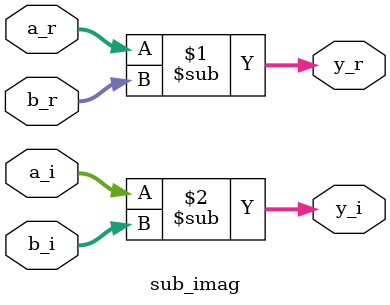
<source format=v>
module sub_imag
#(parameter DATA_WIDTH = 64)
(a_r, a_i, b_r, b_i, y_r, y_i);

  input [DATA_WIDTH - 1: 0] a_r;
  input [DATA_WIDTH - 1: 0] a_i;
  input [DATA_WIDTH - 1: 0] b_r;
  input [DATA_WIDTH - 1: 0] b_i;

  output [DATA_WIDTH - 1: 0] y_r;
  output [DATA_WIDTH - 1: 0] y_i;

  assign y_r = a_r - b_r;
  assign y_i = a_i - b_i;

endmodule

</source>
